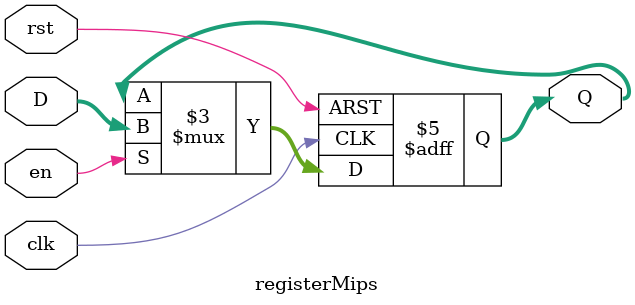
<source format=v>
module registerMips ( input [4:0]D,
							 input clk,
							 input rst,
							 input en,
							 output reg[4:0]Q);
       
always @ (posedge clk or posedge rst)
 if (rst)
  Q<=0;
 else if (en)
  Q<=D;
 else 
	Q<=Q;
  
endmodule

</source>
